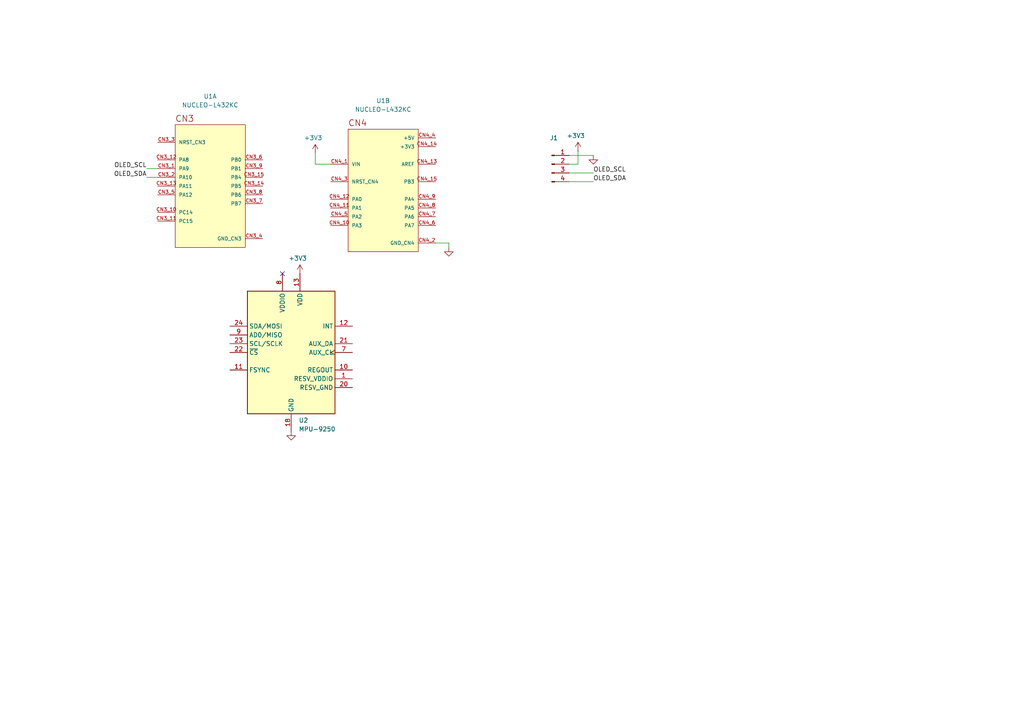
<source format=kicad_sch>
(kicad_sch (version 20231120) (generator "eeschema") (generator_version "8.0")
  (paper "A4")
  (lib_symbols
    (symbol "Connector:Conn_01x04_Pin" (pin_names (offset 1.016) hide)
      (property "Reference" "J1" (at 0.635 7.62 0))
      (property "Value" "Conn_01x04_Pin" (at 0.635 5.08 0))
      (symbol "Conn_01x04_Pin_1_1"
        (polyline (pts (xy 1.27 -5.08) (xy 0.8636 -5.08)) (stroke (width 0.1524)))
        (polyline (pts (xy 1.27 -2.54) (xy 0.8636 -2.54)) (stroke (width 0.1524)))
        (polyline (pts (xy 1.27 0) (xy 0.8636 0)) (stroke (width 0.1524)))
        (polyline (pts (xy 1.27 2.54) (xy 0.8636 2.54)) (stroke (width 0.1524)))
        (rectangle (start 0.8636 -4.953) (end 0 -5.207) (stroke (width 0.1524)) (fill (type outline)))
        (rectangle (start 0.8636 -2.413) (end 0 -2.667) (stroke (width 0.1524)) (fill (type outline)))
        (rectangle (start 0.8636 0.127) (end 0 -0.127) (stroke (width 0.1524)) (fill (type outline)))
        (rectangle (start 0.8636 2.667) (end 0 2.413) (stroke (width 0.1524)) (fill (type outline)))
        (pin passive line (at 5.08 2.54 180) (length 3.81) (name "GND") (number "1"))
        (pin passive line (at 5.08 0 180) (length 3.81) (name "VDO") (number "2"))
        (pin passive line (at 5.08 -2.54 180) (length 3.81) (name "SCK") (number "3"))
        (pin passive line (at 5.08 -5.08 180) (length 3.81) (name "SDA") (number "4"))
      )
    )
    (symbol "Sensor_Motion:MPU-9250"
      (property "Reference" "U" (at -11.43 19.05 0))
      (property "Value" "MPU-9250" (at 7.62 -19.05 0))
      (symbol "MPU-9250_0_1"
        (rectangle (start -12.7 17.78) (end 12.7 -17.78) (stroke (width 0.254)) (fill (type background)))
      )
      (symbol "MPU-9250_1_1"
        (pin input line (at 17.78 -7.62 180) (length 5.08) (name "RESV_VDDIO") (number "1"))
        (pin passive line (at 17.78 -5.08 180) (length 5.08) (name "REGOUT") (number "10"))
        (pin input line (at -17.78 -5.08 0) (length 5.08) (name "FSYNC") (number "11"))
        (pin output line (at 17.78 7.62 180) (length 5.08) (name "INT") (number "12"))
        (pin power_in line (at 2.54 22.86 270) (length 5.08) (name "VDD") (number "13"))
        (pin power_in line (at 0 -22.86 90) (length 5.08) (name "GND") (number "18"))
        (pin power_in line (at 17.78 -10.16 180) (length 5.08) (name "RESV_GND") (number "20"))
        (pin bidirectional line (at 17.78 2.54 180) (length 5.08) (name "AUX_DA") (number "21"))
        (pin input line (at -17.78 0 0) (length 5.08) (name "~{CS}") (number "22"))
        (pin input line (at -17.78 2.54 0) (length 5.08) (name "SCL/SCLK") (number "23"))
        (pin bidirectional line (at -17.78 7.62 0) (length 5.08) (name "SDA/MOSI") (number "24"))
        (pin output clock (at 17.78 0 180) (length 5.08) (name "AUX_CL") (number "7"))
        (pin power_in line (at -2.54 22.86 270) (length 5.08) (name "VDDIO") (number "8"))
        (pin bidirectional line (at -17.78 5.08 0) (length 5.08) (name "AD0/MISO") (number "9"))
      )
    )
    (symbol "ecocad_lib_symbols:NUCLEO-L432KC" (pin_names (offset 1.016))
      (property "Reference" "U" (at -10.16 21.082 0))
      (property "Value" "NUCLEO-L432KC" (at -10.16 -20.32 0))
      (symbol "NUCLEO-L432KC_1_0"
        (rectangle (start -10.16 -17.78) (end 10.16 17.78) (stroke (width 0.1524)) (fill (type background)))
        (text "CN3" (at -10.16 18.542 0) (effects (font (size 1.778 1.778)) (justify left bottom)))
        (pin bidirectional line (at -15.24 5.08 0) (length 5.08) (name "PA9") (number "CN3_1"))
        (pin bidirectional line (at -15.24 -7.62 0) (length 5.08) (name "PC14") (number "CN3_10"))
        (pin bidirectional line (at -15.24 -10.16 0) (length 5.08) (name "PC15") (number "CN3_11"))
        (pin bidirectional line (at -15.24 7.62 0) (length 5.08) (name "PA8") (number "CN3_12"))
        (pin bidirectional line (at -15.24 0 0) (length 5.08) (name "PA11") (number "CN3_13"))
        (pin bidirectional line (at 15.24 0 180) (length 5.08) (name "PB5") (number "CN3_14"))
        (pin bidirectional line (at 15.24 2.54 180) (length 5.08) (name "PB4") (number "CN3_15"))
        (pin bidirectional line (at -15.24 2.54 0) (length 5.08) (name "PA10") (number "CN3_2"))
        (pin bidirectional line (at -15.24 12.7 0) (length 5.08) (name "NRST_CN3") (number "CN3_3"))
        (pin power_in line (at 15.24 -15.24 180) (length 5.08) (name "GND_CN3") (number "CN3_4"))
        (pin bidirectional line (at -15.24 -2.54 0) (length 5.08) (name "PA12") (number "CN3_5"))
        (pin bidirectional line (at 15.24 7.62 180) (length 5.08) (name "PB0") (number "CN3_6"))
        (pin bidirectional line (at 15.24 -5.08 180) (length 5.08) (name "PB7") (number "CN3_7"))
        (pin bidirectional line (at 15.24 -2.54 180) (length 5.08) (name "PB6") (number "CN3_8"))
        (pin bidirectional line (at 15.24 5.08 180) (length 5.08) (name "PB1") (number "CN3_9"))
      )
      (symbol "NUCLEO-L432KC_2_0"
        (rectangle (start -10.16 -17.78) (end 10.16 17.78) (stroke (width 0.1524)) (fill (type background)))
        (text "CN4" (at -10.16 18.542 0) (effects (font (size 1.778 1.778)) (justify left bottom)))
        (pin input line (at -15.24 7.62 0) (length 5.08) (name "VIN") (number "CN4_1"))
        (pin bidirectional line (at -15.24 -10.16 0) (length 5.08) (name "PA3") (number "CN4_10"))
        (pin bidirectional line (at -15.24 -5.08 0) (length 5.08) (name "PA1") (number "CN4_11"))
        (pin bidirectional line (at -15.24 -2.54 0) (length 5.08) (name "PA0") (number "CN4_12"))
        (pin bidirectional line (at 15.24 7.62 180) (length 5.08) (name "AREF") (number "CN4_13"))
        (pin power_in line (at 15.24 12.7 180) (length 5.08) (name "+3V3") (number "CN4_14"))
        (pin bidirectional line (at 15.24 2.54 180) (length 5.08) (name "PB3") (number "CN4_15"))
        (pin power_in line (at 15.24 -15.24 180) (length 5.08) (name "GND_CN4") (number "CN4_2"))
        (pin bidirectional line (at -15.24 2.54 0) (length 5.08) (name "NRST_CN4") (number "CN4_3"))
        (pin power_in line (at 15.24 15.24 180) (length 5.08) (name "+5V") (number "CN4_4"))
        (pin bidirectional line (at -15.24 -7.62 0) (length 5.08) (name "PA2") (number "CN4_5"))
        (pin bidirectional line (at 15.24 -10.16 180) (length 5.08) (name "PA7") (number "CN4_6"))
        (pin bidirectional line (at 15.24 -7.62 180) (length 5.08) (name "PA6") (number "CN4_7"))
        (pin bidirectional line (at 15.24 -5.08 180) (length 5.08) (name "PA5") (number "CN4_8"))
        (pin bidirectional line (at 15.24 -2.54 180) (length 5.08) (name "PA4") (number "CN4_9"))
      )
    )
    (symbol "power:+3V3" (power) (pin_numbers hide) (pin_names (offset 0) hide)
      (property "Value" "+3V3" (at 0 3.556 0))
      (symbol "+3V3_0_1"
        (polyline (pts (xy -0.762 1.27) (xy 0 2.54)))
        (polyline (pts (xy 0 0) (xy 0 2.54)))
        (polyline (pts (xy 0 2.54) (xy 0.762 1.27)))
      )
      (symbol "+3V3_1_1"
        (pin power_in line (at 0 0 90) (length 0) (name "~") (number "1"))
      )
    )
    (symbol "power:GND" (power) (pin_numbers hide) (pin_names (offset 0) hide)
      (property "Value" "GND" (at 0 -3.81 0))
      (symbol "GND_0_1"
        (polyline (pts (xy 0 0) (xy 0 -1.27) (xy 1.27 -1.27) (xy 0 -2.54) (xy -1.27 -1.27) (xy 0 -1.27)))
      )
      (symbol "GND_1_1"
        (pin power_in line (at 0 0 270) (length 0) (name "~") (number "1"))
      )
    )
  )
  (no_connect (at 81.915 79.375))
  (wire (pts (xy 165.1 45.085) (xy 172.085 45.085)))
  (wire (pts (xy 167.64 47.625) (xy 165.1 47.625)))
  (wire (pts (xy 167.64 43.815) (xy 167.64 47.625)))
  (wire (pts (xy 165.1 50.165) (xy 172.085 50.165)))
  (wire (pts (xy 126.365 70.485) (xy 130.175 70.485)))
  (wire (pts (xy 42.545 48.895) (xy 45.72 48.895)))
  (wire (pts (xy 130.175 70.485) (xy 130.175 71.755)))
  (wire (pts (xy 91.44 44.45) (xy 91.44 47.625)))
  (wire (pts (xy 42.545 51.435) (xy 45.72 51.435)))
  (wire (pts (xy 91.44 47.625) (xy 95.885 47.625)))
  (wire (pts (xy 172.085 52.705) (xy 165.1 52.705)))
  (label "OLED_SCL" (at 172.085 50.165 0))
  (label "OLED_SDA" (at 172.085 52.705 0))
  (label "OLED_SCL" (at 42.545 48.895 180))
  (label "OLED_SDA" (at 42.545 51.435 180))
  (symbol (lib_id "ecocad_lib_symbols:NUCLEO-L432KC") (at 60.96 53.975 0) (unit 1)
    (property "Reference" "U1" (at 60.96 27.94 0))
    (property "Value" "NUCLEO-L432KC" (at 60.96 30.48 0))
    (property "Footprint" "ecocad_lib_footprints:MODULE_NUCLEO-L432KC" (effects (hide yes)))
    (property "PARTREV" "N/A" (effects (hide yes)))
    (property "STANDARD" "Manufacturer Recommendations" (effects (hide yes)))
    (property "MAXIMUM_PACKAGE_HEIGHT" "N/A" (effects (hide yes)))
    (property "MANUFACTURER" "ST Microelectronics" (effects (hide yes)))
  )
  (symbol (lib_id "power:GND") (at 84.455 125.095 0) (unit 1)
    (property "Reference" "#PWR06" (effects (hide yes)))
    (property "Value" "GND" (effects (hide yes)))
    (property "Description" "Power symbol creates a global label with name \"GND\" , ground" (effects (hide yes)))
  )
  (symbol (lib_id "power:+3V3") (at 91.44 44.45 0) (unit 1)
    (property "Reference" "#PWR03" (effects (hide yes)))
    (property "Value" "+3V3" (at 90.805 40.005 0))
    (property "Description" "Power symbol creates a global label with name \"+3V3\"" (effects (hide yes)))
  )
  (symbol (lib_id "Connector:Conn_01x04_Pin") (at 160.02 47.625 0) (unit 1)
    (property "Reference" "J1" (at 160.655 40.005 0))
    (property "Value" "Conn_01x04_Pin" (effects (hide yes)))
    (property "Description" "Generic connector, single row, 01x04, script generated" (effects (hide yes)))
  )
  (symbol (lib_id "Sensor_Motion:MPU-9250") (at 84.455 102.235 0) (unit 1)
    (property "Reference" "U2" (at 86.6491 121.92 0) (effects (justify left)))
    (property "Value" "MPU-9250" (at 86.6491 124.46 0) (effects (justify left)))
    (property "Footprint" "Sensor_Motion:InvenSense_QFN-24_3x3mm_P0.4mm" (effects (hide yes)))
    (property "Datasheet" "https://invensense.tdk.com/wp-content/uploads/2015/02/PS-MPU-9250A-01-v1.1.pdf" (effects (hide yes)))
    (property "Description" "InvenSense 9-Axis Motion Sensor, Accelerometer, Gyroscope, Compass, I2C/SPI" (effects (hide yes)))
  )
  (symbol (lib_id "power:+3V3") (at 86.995 79.375 0) (unit 1)
    (property "Reference" "#PWR05" (effects (hide yes)))
    (property "Value" "+3V3" (at 86.36 74.93 0))
    (property "Description" "Power symbol creates a global label with name \"+3V3\"" (effects (hide yes)))
  )
  (symbol (lib_id "ecocad_lib_symbols:NUCLEO-L432KC") (at 111.125 55.245 0) (unit 2)
    (property "Reference" "U1" (at 111.125 29.21 0))
    (property "Value" "NUCLEO-L432KC" (at 111.125 31.75 0))
    (property "Footprint" "ecocad_lib_footprints:MODULE_NUCLEO-L432KC" (effects (hide yes)))
    (property "PARTREV" "N/A" (effects (hide yes)))
    (property "STANDARD" "Manufacturer Recommendations" (effects (hide yes)))
    (property "MAXIMUM_PACKAGE_HEIGHT" "N/A" (effects (hide yes)))
    (property "MANUFACTURER" "ST Microelectronics" (effects (hide yes)))
  )
  (symbol (lib_id "power:+3V3") (at 167.64 43.815 0) (unit 1)
    (property "Reference" "#PWR02" (effects (hide yes)))
    (property "Value" "+3V3" (at 167.005 39.37 0))
    (property "Description" "Power symbol creates a global label with name \"+3V3\"" (effects (hide yes)))
  )
  (symbol (lib_id "power:GND") (at 130.175 71.755 0) (unit 1)
    (property "Reference" "#PWR04" (effects (hide yes)))
    (property "Value" "GND" (effects (hide yes)))
    (property "Description" "Power symbol creates a global label with name \"GND\" , ground" (effects (hide yes)))
  )
  (symbol (lib_id "power:GND") (at 172.085 45.085 0) (unit 1)
    (property "Reference" "#PWR01" (effects (hide yes)))
    (property "Value" "GND" (effects (hide yes)))
    (property "Description" "Power symbol creates a global label with name \"GND\" , ground" (effects (hide yes)))
  )
)
</source>
